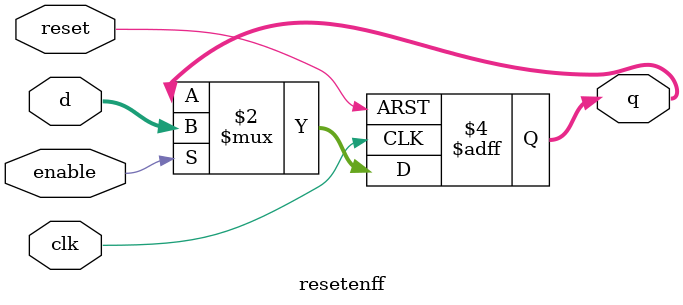
<source format=sv>
module resetenff #(parameter WIDTH=8)
                  (input logic reset, enable, clk,
		   input logic [WIDTH - 1:0] d,
		   output logic [WIDTH - 1:0] q);

   always_ff @(posedge clk, posedge reset)
     begin
	if(reset) q <= 0;
	else if(enable) q <= d;
     end
   
endmodule // resetenff

</source>
